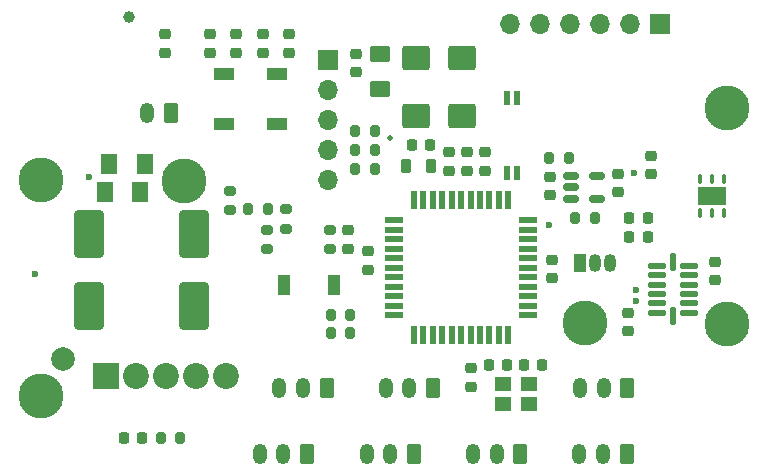
<source format=gbr>
%TF.GenerationSoftware,KiCad,Pcbnew,(6.0.7)*%
%TF.CreationDate,2022-10-06T21:18:37+03:00*%
%TF.ProjectId,RadioSens,52616469-6f53-4656-9e73-2e6b69636164,rev?*%
%TF.SameCoordinates,Original*%
%TF.FileFunction,Soldermask,Top*%
%TF.FilePolarity,Negative*%
%FSLAX46Y46*%
G04 Gerber Fmt 4.6, Leading zero omitted, Abs format (unit mm)*
G04 Created by KiCad (PCBNEW (6.0.7)) date 2022-10-06 21:18:37*
%MOMM*%
%LPD*%
G01*
G04 APERTURE LIST*
G04 Aperture macros list*
%AMRoundRect*
0 Rectangle with rounded corners*
0 $1 Rounding radius*
0 $2 $3 $4 $5 $6 $7 $8 $9 X,Y pos of 4 corners*
0 Add a 4 corners polygon primitive as box body*
4,1,4,$2,$3,$4,$5,$6,$7,$8,$9,$2,$3,0*
0 Add four circle primitives for the rounded corners*
1,1,$1+$1,$2,$3*
1,1,$1+$1,$4,$5*
1,1,$1+$1,$6,$7*
1,1,$1+$1,$8,$9*
0 Add four rect primitives between the rounded corners*
20,1,$1+$1,$2,$3,$4,$5,0*
20,1,$1+$1,$4,$5,$6,$7,0*
20,1,$1+$1,$6,$7,$8,$9,0*
20,1,$1+$1,$8,$9,$2,$3,0*%
G04 Aperture macros list end*
%ADD10RoundRect,0.200000X0.200000X0.275000X-0.200000X0.275000X-0.200000X-0.275000X0.200000X-0.275000X0*%
%ADD11RoundRect,0.200000X-0.275000X0.200000X-0.275000X-0.200000X0.275000X-0.200000X0.275000X0.200000X0*%
%ADD12RoundRect,0.218750X0.218750X0.256250X-0.218750X0.256250X-0.218750X-0.256250X0.218750X-0.256250X0*%
%ADD13RoundRect,0.218750X-0.256250X0.218750X-0.256250X-0.218750X0.256250X-0.218750X0.256250X0.218750X0*%
%ADD14RoundRect,0.100000X0.100000X-0.300000X0.100000X0.300000X-0.100000X0.300000X-0.100000X-0.300000X0*%
%ADD15R,2.400000X1.500000*%
%ADD16R,1.700000X1.100000*%
%ADD17RoundRect,0.250000X0.350000X0.625000X-0.350000X0.625000X-0.350000X-0.625000X0.350000X-0.625000X0*%
%ADD18O,1.200000X1.750000*%
%ADD19RoundRect,0.225000X0.225000X0.250000X-0.225000X0.250000X-0.225000X-0.250000X0.225000X-0.250000X0*%
%ADD20C,0.600000*%
%ADD21C,2.000000*%
%ADD22RoundRect,0.200000X-0.200000X-0.275000X0.200000X-0.275000X0.200000X0.275000X-0.200000X0.275000X0*%
%ADD23R,1.050000X1.500000*%
%ADD24O,1.050000X1.500000*%
%ADD25C,3.800000*%
%ADD26RoundRect,0.250000X1.000000X-1.750000X1.000000X1.750000X-1.000000X1.750000X-1.000000X-1.750000X0*%
%ADD27RoundRect,0.225000X0.250000X-0.225000X0.250000X0.225000X-0.250000X0.225000X-0.250000X-0.225000X0*%
%ADD28R,1.700000X1.700000*%
%ADD29O,1.700000X1.700000*%
%ADD30RoundRect,0.225000X-0.250000X0.225000X-0.250000X-0.225000X0.250000X-0.225000X0.250000X0.225000X0*%
%ADD31C,0.500000*%
%ADD32RoundRect,0.250000X-0.925000X0.787500X-0.925000X-0.787500X0.925000X-0.787500X0.925000X0.787500X0*%
%ADD33RoundRect,0.200000X0.275000X-0.200000X0.275000X0.200000X-0.275000X0.200000X-0.275000X-0.200000X0*%
%ADD34RoundRect,0.250001X-0.462499X-0.624999X0.462499X-0.624999X0.462499X0.624999X-0.462499X0.624999X0*%
%ADD35R,0.600000X1.200000*%
%ADD36R,0.550000X1.500000*%
%ADD37R,1.500000X0.550000*%
%ADD38RoundRect,0.150000X-0.512500X-0.150000X0.512500X-0.150000X0.512500X0.150000X-0.512500X0.150000X0*%
%ADD39RoundRect,0.225000X-0.225000X-0.250000X0.225000X-0.250000X0.225000X0.250000X-0.225000X0.250000X0*%
%ADD40R,2.200000X2.200000*%
%ADD41C,2.200000*%
%ADD42RoundRect,0.250001X-0.624999X0.462499X-0.624999X-0.462499X0.624999X-0.462499X0.624999X0.462499X0*%
%ADD43C,1.000000*%
%ADD44RoundRect,0.218750X-0.218750X-0.381250X0.218750X-0.381250X0.218750X0.381250X-0.218750X0.381250X0*%
%ADD45R,1.400000X1.200000*%
%ADD46R,1.100000X1.700000*%
%ADD47RoundRect,0.125000X-0.675000X-0.125000X0.675000X-0.125000X0.675000X0.125000X-0.675000X0.125000X0*%
%ADD48RoundRect,0.125000X0.125000X-0.675000X0.125000X0.675000X-0.125000X0.675000X-0.125000X-0.675000X0*%
G04 APERTURE END LIST*
D10*
%TO.C,R15*%
X97244815Y-105348180D03*
X95594815Y-105348180D03*
%TD*%
D11*
%TO.C,R31*%
X87019815Y-94823180D03*
X87019815Y-96473180D03*
%TD*%
D12*
%TO.C,HL6*%
X79607315Y-115748180D03*
X78032315Y-115748180D03*
%TD*%
D13*
%TO.C,HL4*%
X87554839Y-81560680D03*
X87554839Y-83135680D03*
%TD*%
D14*
%TO.C,DA4*%
X126869815Y-96748180D03*
X127869815Y-96748180D03*
X128869815Y-96748180D03*
X128869815Y-93848180D03*
X127869815Y-93848180D03*
X126869815Y-93848180D03*
D15*
X127869815Y-95298180D03*
%TD*%
D16*
%TO.C,SB2*%
X91019815Y-84948180D03*
X91019815Y-89148180D03*
%TD*%
D17*
%TO.C,XT7*%
X95219815Y-111548180D03*
D18*
X93219815Y-111548180D03*
X91219815Y-111548180D03*
%TD*%
D19*
%TO.C,C19*%
X103994815Y-90948180D03*
X102444815Y-90948180D03*
%TD*%
D13*
%TO.C,HL1*%
X85319815Y-81560680D03*
X85319815Y-83135680D03*
%TD*%
D20*
%TO.C,XB12*%
X121219815Y-93348180D03*
%TD*%
D21*
%TO.C,XP9*%
X72900000Y-109100000D03*
%TD*%
D22*
%TO.C,R18*%
X97644815Y-92998180D03*
X99294815Y-92998180D03*
%TD*%
D23*
%TO.C,DD3*%
X116649815Y-100908180D03*
D24*
X117919815Y-100908180D03*
X119189815Y-100908180D03*
%TD*%
D10*
%TO.C,R71*%
X115744815Y-92048180D03*
X114094815Y-92048180D03*
%TD*%
D19*
%TO.C,C21*%
X110494815Y-109548180D03*
X108944815Y-109548180D03*
%TD*%
D25*
%TO.C,J3*%
X71019815Y-93948180D03*
%TD*%
D26*
%TO.C,C27*%
X75069815Y-104598180D03*
X75069815Y-98498180D03*
%TD*%
D27*
%TO.C,C24*%
X107419815Y-111423180D03*
X107419815Y-109873180D03*
%TD*%
D20*
%TO.C,XB9*%
X121419815Y-104198180D03*
%TD*%
D17*
%TO.C,XT5*%
X120669815Y-111548180D03*
D18*
X118669815Y-111548180D03*
X116669815Y-111548180D03*
%TD*%
D19*
%TO.C,C37*%
X122394815Y-97148180D03*
X120844815Y-97148180D03*
%TD*%
D20*
%TO.C,XB8*%
X121419815Y-103198180D03*
%TD*%
D17*
%TO.C,XT6*%
X102619815Y-117148180D03*
D18*
X100619815Y-117148180D03*
X98619815Y-117148180D03*
%TD*%
D17*
%TO.C,XT3*%
X104219815Y-111548180D03*
D18*
X102219815Y-111548180D03*
X100219815Y-111548180D03*
%TD*%
D28*
%TO.C,DA1*%
X95314815Y-83758180D03*
D29*
X95314815Y-86298180D03*
X95314815Y-88838180D03*
X95314815Y-91378180D03*
X95314815Y-93918180D03*
%TD*%
D25*
%TO.C,J4*%
X71019815Y-112248180D03*
%TD*%
D20*
%TO.C,XB5*%
X70519815Y-101848180D03*
%TD*%
D17*
%TO.C,XT10*%
X111619815Y-117148180D03*
D18*
X109619815Y-117148180D03*
X107619815Y-117148180D03*
%TD*%
D27*
%TO.C,C46*%
X119919815Y-94923180D03*
X119919815Y-93373180D03*
%TD*%
D10*
%TO.C,R64*%
X82844815Y-115748180D03*
X81194815Y-115748180D03*
%TD*%
D30*
%TO.C,C23*%
X98719815Y-99973180D03*
X98719815Y-101523180D03*
%TD*%
D27*
%TO.C,C22*%
X114319815Y-102223180D03*
X114319815Y-100673180D03*
%TD*%
D31*
%TO.C,XB4*%
X100569815Y-90398180D03*
%TD*%
D30*
%TO.C,C45*%
X114119815Y-93648180D03*
X114119815Y-95198180D03*
%TD*%
D32*
%TO.C,C3*%
X102819815Y-83585680D03*
X102819815Y-88510680D03*
%TD*%
D13*
%TO.C,HL3*%
X81519815Y-81560680D03*
X81519815Y-83135680D03*
%TD*%
D33*
%TO.C,R30*%
X90219815Y-99773180D03*
X90219815Y-98123180D03*
%TD*%
D34*
%TO.C,C33*%
X76832315Y-92548180D03*
X79807315Y-92548180D03*
%TD*%
D27*
%TO.C,C17*%
X107119815Y-93123180D03*
X107119815Y-91573180D03*
%TD*%
D10*
%TO.C,R43*%
X97244815Y-106848180D03*
X95594815Y-106848180D03*
%TD*%
D35*
%TO.C,BQ1*%
X111369815Y-93298180D03*
X111369815Y-86998180D03*
X110469815Y-86998180D03*
X110469815Y-93298180D03*
%TD*%
D36*
%TO.C,DD1*%
X102608693Y-107048180D03*
X103408693Y-107048180D03*
X104208693Y-107048180D03*
X105008693Y-107048180D03*
X105808693Y-107048180D03*
X106608693Y-107048180D03*
X107408693Y-107048180D03*
X108208693Y-107048180D03*
X109008693Y-107048180D03*
X109808693Y-107048180D03*
X110608693Y-107048180D03*
D37*
X112308693Y-105348180D03*
X112308693Y-104548180D03*
X112308693Y-103748180D03*
X112308693Y-102948180D03*
X112308693Y-102148180D03*
X112308693Y-101348180D03*
X112308693Y-100548180D03*
X112308693Y-99748180D03*
X112308693Y-98948180D03*
X112308693Y-98148180D03*
X112308693Y-97348180D03*
D36*
X110608693Y-95648180D03*
X109808693Y-95648180D03*
X109008693Y-95648180D03*
X108208693Y-95648180D03*
X107408693Y-95648180D03*
X106608693Y-95648180D03*
X105808693Y-95648180D03*
X105008693Y-95648180D03*
X104208693Y-95648180D03*
X103408693Y-95648180D03*
X102608693Y-95648180D03*
D37*
X100908693Y-97348180D03*
X100908693Y-98148180D03*
X100908693Y-98948180D03*
X100908693Y-99748180D03*
X100908693Y-100548180D03*
X100908693Y-101348180D03*
X100908693Y-102148180D03*
X100908693Y-102948180D03*
X100908693Y-103748180D03*
X100908693Y-104548180D03*
X100908693Y-105348180D03*
%TD*%
D11*
%TO.C,R29*%
X91769815Y-96398180D03*
X91769815Y-98048180D03*
%TD*%
D38*
%TO.C,DA6*%
X115882315Y-93598180D03*
X115882315Y-94548180D03*
X115882315Y-95498180D03*
X118157315Y-95498180D03*
X118157315Y-93598180D03*
%TD*%
D27*
%TO.C,C14*%
X108619815Y-93123180D03*
X108619815Y-91573180D03*
%TD*%
D20*
%TO.C,XB11*%
X114019815Y-97748180D03*
%TD*%
D25*
%TO.C,J2*%
X117119815Y-106048180D03*
%TD*%
D26*
%TO.C,C26*%
X84019815Y-104598180D03*
X84019815Y-98498180D03*
%TD*%
D22*
%TO.C,R17*%
X97644815Y-91398180D03*
X99294815Y-91398180D03*
%TD*%
D39*
%TO.C,C20*%
X111944815Y-109548180D03*
X113494815Y-109548180D03*
%TD*%
D13*
%TO.C,HL2*%
X92024888Y-81560680D03*
X92024888Y-83135680D03*
%TD*%
D33*
%TO.C,R28*%
X95469815Y-99773180D03*
X95469815Y-98123180D03*
%TD*%
D25*
%TO.C,J1*%
X83160251Y-94045062D03*
%TD*%
D22*
%TO.C,R16*%
X97644815Y-89798180D03*
X99294815Y-89798180D03*
%TD*%
D16*
%TO.C,SB1*%
X86519815Y-84948180D03*
X86519815Y-89148180D03*
%TD*%
D30*
%TO.C,C39*%
X128069815Y-100823180D03*
X128069815Y-102373180D03*
%TD*%
D22*
%TO.C,R72*%
X116294815Y-97148180D03*
X117944815Y-97148180D03*
%TD*%
D17*
%TO.C,XT2*%
X93569815Y-117148180D03*
D18*
X91569815Y-117148180D03*
X89569815Y-117148180D03*
%TD*%
D13*
%TO.C,HL5*%
X89819815Y-81560680D03*
X89819815Y-83135680D03*
%TD*%
D17*
%TO.C,XT8*%
X120619815Y-117148180D03*
D18*
X118619815Y-117148180D03*
X116619815Y-117148180D03*
%TD*%
D27*
%TO.C,C36*%
X122719815Y-93423180D03*
X122719815Y-91873180D03*
%TD*%
D40*
%TO.C,XT1*%
X76539815Y-110548180D03*
D41*
X79079815Y-110548180D03*
X81619815Y-110548180D03*
X84159815Y-110548180D03*
X86699815Y-110548180D03*
%TD*%
D25*
%TO.C,J5*%
X129119815Y-87848180D03*
%TD*%
D22*
%TO.C,R32*%
X88594815Y-96348180D03*
X90244815Y-96348180D03*
%TD*%
D30*
%TO.C,C15*%
X105619815Y-91573180D03*
X105619815Y-93123180D03*
%TD*%
D34*
%TO.C,C34*%
X76432315Y-94948180D03*
X79407315Y-94948180D03*
%TD*%
D19*
%TO.C,C35*%
X122394815Y-98748180D03*
X120844815Y-98748180D03*
%TD*%
D30*
%TO.C,C6*%
X97719815Y-83248180D03*
X97719815Y-84798180D03*
%TD*%
D42*
%TO.C,C5*%
X99719815Y-83248180D03*
X99719815Y-86223180D03*
%TD*%
D43*
%TO.C,XB2*%
X78519815Y-80148180D03*
%TD*%
D20*
%TO.C,XB7*%
X75119815Y-93648180D03*
%TD*%
D25*
%TO.C,J6*%
X129119815Y-106148180D03*
%TD*%
D27*
%TO.C,C9*%
X97019815Y-99723180D03*
X97019815Y-98173180D03*
%TD*%
D44*
%TO.C,L1*%
X101957315Y-92748180D03*
X104082315Y-92748180D03*
%TD*%
D45*
%TO.C,BQ2*%
X112319815Y-111198180D03*
X110119815Y-111198180D03*
X110119815Y-112898180D03*
X112319815Y-112898180D03*
%TD*%
D30*
%TO.C,C38*%
X120719815Y-105173180D03*
X120719815Y-106723180D03*
%TD*%
D32*
%TO.C,C4*%
X106669815Y-83585680D03*
X106669815Y-88510680D03*
%TD*%
D46*
%TO.C,SB3*%
X91619815Y-102848180D03*
X95819815Y-102848180D03*
%TD*%
D47*
%TO.C,DD4*%
X123194815Y-101173180D03*
X123194815Y-101973180D03*
X123194815Y-102773180D03*
X123194815Y-103573180D03*
X123194815Y-104373180D03*
X123194815Y-105173180D03*
D48*
X124544815Y-105473180D03*
D47*
X125894815Y-105173180D03*
X125894815Y-104373180D03*
X125894815Y-103573180D03*
X125894815Y-102773180D03*
X125894815Y-101973180D03*
X125894815Y-101173180D03*
D48*
X124544815Y-100873180D03*
%TD*%
D17*
%TO.C,XT4*%
X82019815Y-88248180D03*
D18*
X80019815Y-88248180D03*
%TD*%
D28*
%TO.C,XT9*%
X123419815Y-80675000D03*
D29*
X120879815Y-80675000D03*
X118339815Y-80675000D03*
X115799815Y-80675000D03*
X113259815Y-80675000D03*
X110719815Y-80675000D03*
%TD*%
M02*

</source>
